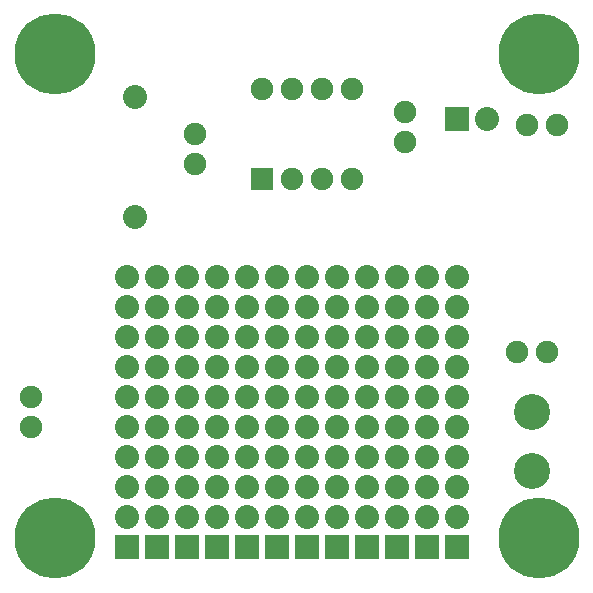
<source format=gbs>
G04 (created by PCBNEW (2013-04-19 BZR 4011)-stable) date 27/06/2013 16:56:00*
%MOIN*%
G04 Gerber Fmt 3.4, Leading zero omitted, Abs format*
%FSLAX34Y34*%
G01*
G70*
G90*
G04 APERTURE LIST*
%ADD10C,2.3622e-006*%
%ADD11R,0.075X0.075*%
%ADD12C,0.075*%
%ADD13R,0.08X0.08*%
%ADD14C,0.08*%
%ADD15C,0.27*%
%ADD16C,0.12*%
G04 APERTURE END LIST*
G54D10*
G54D11*
X8500Y-5750D03*
G54D12*
X9500Y-5750D03*
X10500Y-5750D03*
X11500Y-5750D03*
X11500Y-2750D03*
X10500Y-2750D03*
X9500Y-2750D03*
X8500Y-2750D03*
G54D13*
X15000Y-3750D03*
G54D14*
X16000Y-3750D03*
G54D15*
X1574Y-17716D03*
X17716Y-17716D03*
X17716Y-1574D03*
X1574Y-1574D03*
G54D14*
X12000Y-9000D03*
X12000Y-10000D03*
X12000Y-13000D03*
X12000Y-14000D03*
G54D13*
X12000Y-18000D03*
G54D14*
X12000Y-17000D03*
X12000Y-16000D03*
X12000Y-15000D03*
X12000Y-12000D03*
X12000Y-11000D03*
X11000Y-9000D03*
X11000Y-10000D03*
X11000Y-13000D03*
X11000Y-14000D03*
G54D13*
X11000Y-18000D03*
G54D14*
X11000Y-17000D03*
X11000Y-16000D03*
X11000Y-15000D03*
X11000Y-12000D03*
X11000Y-11000D03*
X10000Y-9000D03*
X10000Y-10000D03*
X10000Y-13000D03*
X10000Y-14000D03*
G54D13*
X10000Y-18000D03*
G54D14*
X10000Y-17000D03*
X10000Y-16000D03*
X10000Y-15000D03*
X10000Y-12000D03*
X10000Y-11000D03*
X9000Y-9000D03*
X9000Y-10000D03*
X9000Y-13000D03*
X9000Y-14000D03*
G54D13*
X9000Y-18000D03*
G54D14*
X9000Y-17000D03*
X9000Y-16000D03*
X9000Y-15000D03*
X9000Y-12000D03*
X9000Y-11000D03*
X8000Y-9000D03*
X8000Y-10000D03*
X8000Y-13000D03*
X8000Y-14000D03*
G54D13*
X8000Y-18000D03*
G54D14*
X8000Y-17000D03*
X8000Y-16000D03*
X8000Y-15000D03*
X8000Y-12000D03*
X8000Y-11000D03*
X7000Y-9000D03*
X7000Y-10000D03*
X7000Y-13000D03*
X7000Y-14000D03*
G54D13*
X7000Y-18000D03*
G54D14*
X7000Y-17000D03*
X7000Y-16000D03*
X7000Y-15000D03*
X7000Y-12000D03*
X7000Y-11000D03*
G54D12*
X17334Y-3937D03*
X18334Y-3937D03*
X6250Y-5250D03*
X6250Y-4250D03*
X18000Y-11500D03*
X17000Y-11500D03*
G54D14*
X4250Y-3000D03*
X4250Y-7000D03*
X6000Y-9000D03*
X6000Y-10000D03*
X6000Y-13000D03*
X6000Y-14000D03*
G54D13*
X6000Y-18000D03*
G54D14*
X6000Y-17000D03*
X6000Y-16000D03*
X6000Y-15000D03*
X6000Y-12000D03*
X6000Y-11000D03*
X5000Y-9000D03*
X5000Y-10000D03*
X5000Y-13000D03*
X5000Y-14000D03*
G54D13*
X5000Y-18000D03*
G54D14*
X5000Y-17000D03*
X5000Y-16000D03*
X5000Y-15000D03*
X5000Y-12000D03*
X5000Y-11000D03*
X4000Y-9000D03*
X4000Y-10000D03*
X4000Y-13000D03*
X4000Y-14000D03*
G54D13*
X4000Y-18000D03*
G54D14*
X4000Y-17000D03*
X4000Y-16000D03*
X4000Y-15000D03*
X4000Y-12000D03*
X4000Y-11000D03*
X13000Y-9000D03*
X13000Y-10000D03*
X13000Y-13000D03*
X13000Y-14000D03*
G54D13*
X13000Y-18000D03*
G54D14*
X13000Y-17000D03*
X13000Y-16000D03*
X13000Y-15000D03*
X13000Y-12000D03*
X13000Y-11000D03*
X14000Y-9000D03*
X14000Y-10000D03*
X14000Y-13000D03*
X14000Y-14000D03*
G54D13*
X14000Y-18000D03*
G54D14*
X14000Y-17000D03*
X14000Y-16000D03*
X14000Y-15000D03*
X14000Y-12000D03*
X14000Y-11000D03*
X15000Y-9000D03*
X15000Y-10000D03*
X15000Y-13000D03*
X15000Y-14000D03*
G54D13*
X15000Y-18000D03*
G54D14*
X15000Y-17000D03*
X15000Y-16000D03*
X15000Y-15000D03*
X15000Y-12000D03*
X15000Y-11000D03*
G54D16*
X17500Y-13500D03*
X17500Y-15468D03*
G54D12*
X13250Y-3500D03*
X13250Y-4500D03*
X800Y-13000D03*
X800Y-14000D03*
M02*

</source>
